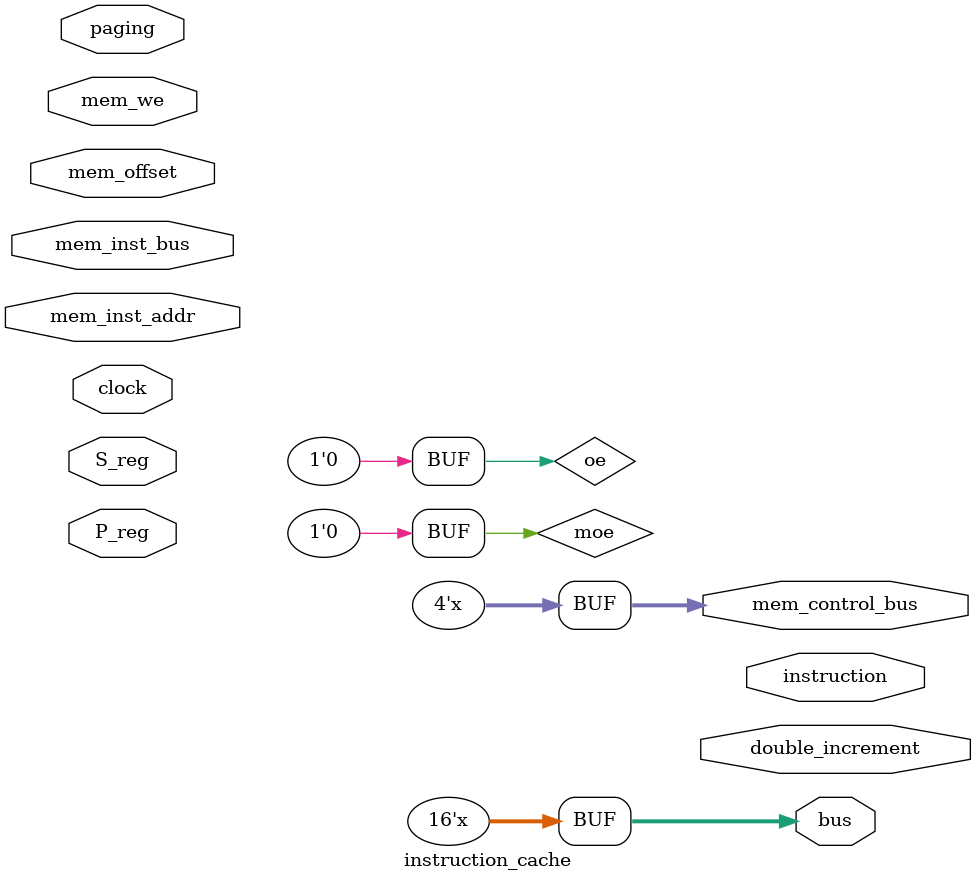
<source format=v>
`timescale 1ns / 1ps

module instruction_cache(
input		[15:0]	mem_offset,
input 	[5:0]		mem_inst_addr,
input		[15:0]	mem_inst_bus,
input					mem_we,
output	[15:0]	instruction,
output	[15:0]	bus,
input		[15:0]	P_reg,
input		[15:0]	S_reg,
output	[3:0]    mem_control_bus,
output				double_increment,
input					paging,
input					clock		

);



reg oe = 0;
reg [15:0] bus_out;
assign bus = oe ? bus_out : 16'bZ;

reg moe = 0;
reg [15:0] mcb_out;
assign mem_control_bus = moe ? mcb_out : 16'bZ;

endmodule 

</source>
